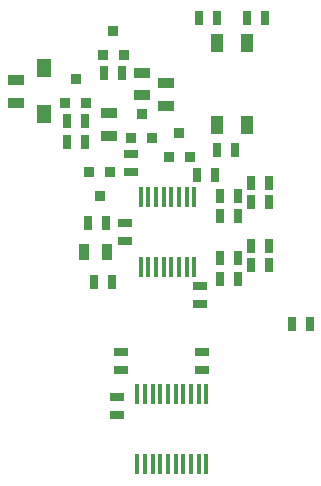
<source format=gtp>
G04 (created by PCBNEW (2013-mar-13)-stable) date Fri 09 Oct 2015 12:04:18 PM CEST*
%MOIN*%
G04 Gerber Fmt 3.4, Leading zero omitted, Abs format*
%FSLAX34Y34*%
G01*
G70*
G90*
G04 APERTURE LIST*
%ADD10C,0.005906*%
%ADD11R,0.025000X0.045000*%
%ADD12R,0.039370X0.059055*%
%ADD13R,0.036000X0.036000*%
%ADD14R,0.045000X0.025000*%
%ADD15R,0.048031X0.060000*%
%ADD16R,0.012000X0.070100*%
%ADD17R,0.011800X0.070100*%
%ADD18R,0.055000X0.035000*%
%ADD19R,0.035000X0.055000*%
G04 APERTURE END LIST*
G54D10*
G54D11*
X45510Y-26900D03*
X44910Y-26900D03*
X46500Y-26900D03*
X47100Y-26900D03*
G54D12*
X46492Y-27735D03*
X45507Y-27735D03*
X45507Y-30464D03*
X46492Y-30464D03*
G54D11*
X46650Y-32400D03*
X47250Y-32400D03*
X46650Y-34500D03*
X47250Y-34500D03*
X45600Y-32850D03*
X46200Y-32850D03*
X45600Y-34900D03*
X46200Y-34900D03*
X45600Y-33500D03*
X46200Y-33500D03*
X45600Y-35600D03*
X46200Y-35600D03*
G54D13*
X43350Y-30900D03*
X42650Y-30900D03*
X43000Y-30100D03*
X44600Y-31550D03*
X43900Y-31550D03*
X44250Y-30750D03*
X42400Y-28150D03*
X41700Y-28150D03*
X42050Y-27350D03*
X41250Y-32050D03*
X41950Y-32050D03*
X41600Y-32850D03*
G54D11*
X46650Y-33050D03*
X47250Y-33050D03*
X46650Y-35150D03*
X47250Y-35150D03*
G54D14*
X44950Y-35850D03*
X44950Y-36450D03*
G54D11*
X44850Y-32150D03*
X45450Y-32150D03*
X41400Y-35700D03*
X42000Y-35700D03*
X41210Y-33750D03*
X41810Y-33750D03*
X40500Y-30350D03*
X41100Y-30350D03*
X45500Y-31300D03*
X46100Y-31300D03*
G54D15*
X39750Y-30114D03*
X39750Y-28585D03*
G54D13*
X41150Y-29750D03*
X40450Y-29750D03*
X40800Y-28950D03*
G54D14*
X42450Y-34350D03*
X42450Y-33750D03*
X42650Y-32050D03*
X42650Y-31450D03*
G54D11*
X42350Y-28750D03*
X41750Y-28750D03*
X41100Y-31050D03*
X40500Y-31050D03*
G54D16*
X43104Y-41769D03*
X43360Y-41769D03*
X43616Y-41769D03*
X43872Y-41769D03*
X44127Y-41769D03*
X44383Y-41769D03*
X44639Y-41769D03*
X44895Y-41769D03*
G54D17*
X44895Y-39431D03*
X44639Y-39431D03*
X44383Y-39431D03*
X44127Y-39431D03*
X43872Y-39431D03*
X43616Y-39431D03*
X43360Y-39431D03*
X43104Y-39431D03*
G54D16*
X42848Y-41770D03*
X45151Y-41770D03*
X45151Y-39431D03*
G54D17*
X42848Y-39431D03*
G54D18*
X38800Y-29725D03*
X38800Y-28975D03*
G54D19*
X41075Y-34700D03*
X41825Y-34700D03*
G54D18*
X41900Y-30075D03*
X41900Y-30825D03*
X43000Y-28725D03*
X43000Y-29475D03*
X43800Y-29825D03*
X43800Y-29075D03*
G54D14*
X42300Y-38650D03*
X42300Y-38050D03*
X45000Y-38650D03*
X45000Y-38050D03*
X42180Y-40140D03*
X42180Y-39540D03*
G54D11*
X48000Y-37100D03*
X48600Y-37100D03*
G54D17*
X42954Y-35219D03*
X43210Y-35219D03*
X43466Y-35219D03*
X43722Y-35219D03*
X43977Y-35219D03*
X44233Y-35219D03*
X44489Y-35219D03*
X44745Y-35219D03*
X44745Y-32881D03*
X44489Y-32881D03*
X44233Y-32881D03*
X43977Y-32881D03*
X43722Y-32881D03*
X43466Y-32881D03*
X43210Y-32881D03*
X42954Y-32881D03*
M02*

</source>
